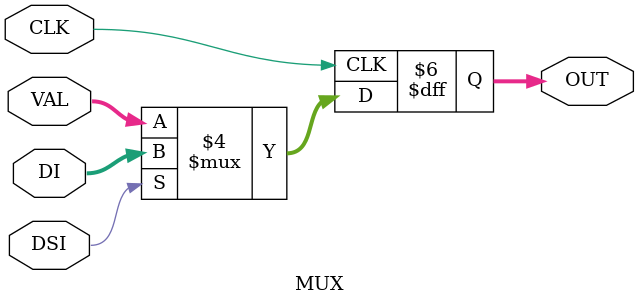
<source format=sv>


module MUX #(parameter N = 7) (
input [N:0] DI,
input  DSI, CLK ,
input [N:0] VAL,
output logic [N:0] OUT
);


always_ff @ ( posedge CLK) begin
	if(DSI==1) begin
		OUT <= DI ;
	end
	else begin
		OUT <= VAL ;
	end
end

endmodule

</source>
